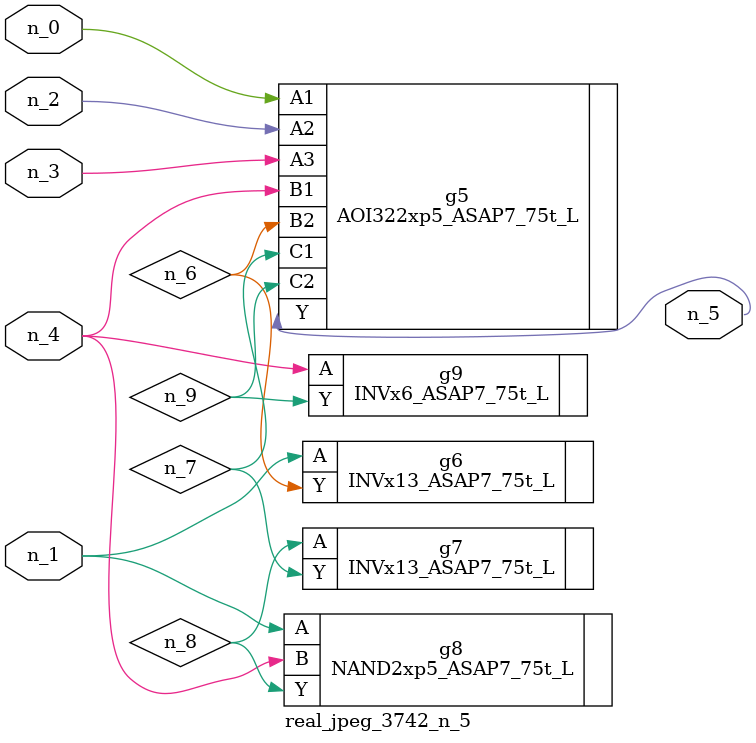
<source format=v>
module real_jpeg_3742_n_5 (n_4, n_0, n_1, n_2, n_3, n_5);

input n_4;
input n_0;
input n_1;
input n_2;
input n_3;

output n_5;

wire n_8;
wire n_6;
wire n_7;
wire n_9;

AOI322xp5_ASAP7_75t_L g5 ( 
.A1(n_0),
.A2(n_2),
.A3(n_3),
.B1(n_4),
.B2(n_6),
.C1(n_7),
.C2(n_9),
.Y(n_5)
);

INVx13_ASAP7_75t_L g6 ( 
.A(n_1),
.Y(n_6)
);

NAND2xp5_ASAP7_75t_L g8 ( 
.A(n_1),
.B(n_4),
.Y(n_8)
);

INVx6_ASAP7_75t_L g9 ( 
.A(n_4),
.Y(n_9)
);

INVx13_ASAP7_75t_L g7 ( 
.A(n_8),
.Y(n_7)
);


endmodule
</source>
